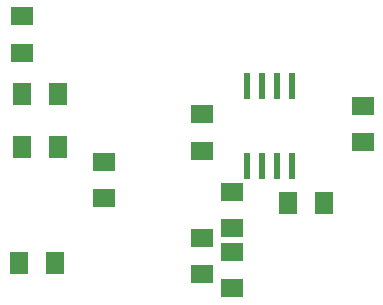
<source format=gtp>
G04 MADE WITH FRITZING*
G04 WWW.FRITZING.ORG*
G04 DOUBLE SIDED*
G04 HOLES PLATED*
G04 CONTOUR ON CENTER OF CONTOUR VECTOR*
%ASAXBY*%
%FSLAX23Y23*%
%MOIN*%
%OFA0B0*%
%SFA1.0B1.0*%
%ADD10R,0.074803X0.062992*%
%ADD11R,0.062992X0.074803*%
%ADD12R,0.024000X0.086900*%
%LNPASTEMASK1*%
G90*
G70*
G54D10*
X361Y455D03*
X361Y577D03*
X786Y155D03*
X786Y277D03*
X686Y736D03*
X686Y614D03*
G54D11*
X208Y627D03*
X86Y627D03*
G54D10*
X686Y324D03*
X686Y202D03*
G54D11*
X208Y802D03*
X86Y802D03*
G54D12*
X836Y564D03*
X886Y564D03*
X936Y564D03*
X986Y564D03*
X986Y829D03*
X936Y829D03*
X886Y829D03*
X836Y829D03*
G54D10*
X86Y1061D03*
X86Y939D03*
G54D11*
X76Y239D03*
X198Y239D03*
X1095Y439D03*
X973Y439D03*
G54D10*
X1223Y642D03*
X1223Y764D03*
X786Y355D03*
X786Y477D03*
G04 End of PasteMask1*
M02*
</source>
